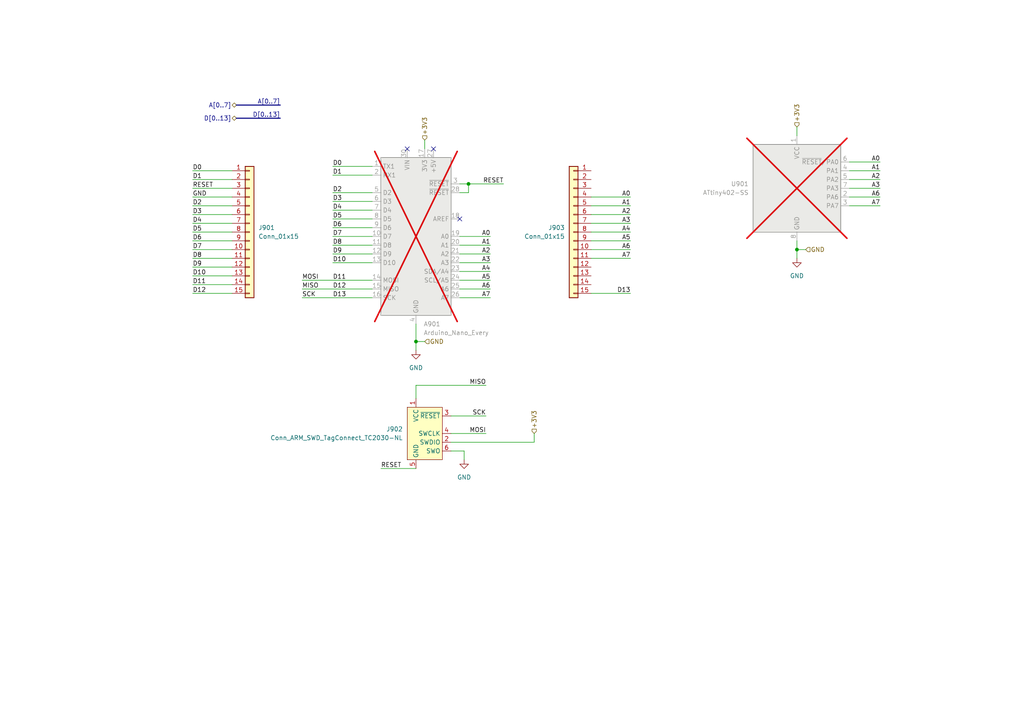
<source format=kicad_sch>
(kicad_sch (version 20231120) (generator "eeschema") (generator_version "8.0")
  (paper "A4")
  (lib_symbols
    (symbol "Connector:Conn_ARM_SWD_TagConnect_TC2030-NL" (in_bom no)
      (property "Reference" "J" (at 2.54 11.43 0))
      (property "Value" "Conn_ARM_SWD_TagConnect_TC2030-NL" (at 2.54 8.89 0))
      (symbol "Conn_ARM_SWD_TagConnect_TC2030-NL_0_0"
        (pin power_in line (at -2.54 10.16 270) (length 2.54) (name "VCC") (number "1"))
        (pin bidirectional line (at 7.62 -2.54 180) (length 2.54) (name "SWDIO") (number "2"))
        (pin open_collector line (at 7.62 5.08 180) (length 2.54) (name "~{RESET}") (number "3"))
        (pin output line (at 7.62 0 180) (length 2.54) (name "SWCLK") (number "4"))
        (pin power_in line (at -2.54 -10.16 90) (length 2.54) (name "GND") (number "5"))
        (pin input line (at 7.62 -5.08 180) (length 2.54) (name "SWO") (number "6"))
      )
      (symbol "Conn_ARM_SWD_TagConnect_TC2030-NL_0_1"
        (rectangle (start -5.08 7.62) (end 5.08 -7.62) (fill (type background)))
      )
    )
    (symbol "Connector_Generic:Conn_01x15" (pin_names (offset 1.016) hide)
      (property "Reference" "J" (at 0 20.32 0))
      (property "Value" "Conn_01x15" (at 0 -20.32 0))
      (symbol "Conn_01x15_1_1"
        (rectangle (start -1.27 -17.653) (end 0 -17.907) (stroke (width 0.1524)))
        (rectangle (start -1.27 -15.113) (end 0 -15.367) (stroke (width 0.1524)))
        (rectangle (start -1.27 -12.573) (end 0 -12.827) (stroke (width 0.1524)))
        (rectangle (start -1.27 -10.033) (end 0 -10.287) (stroke (width 0.1524)))
        (rectangle (start -1.27 -7.493) (end 0 -7.747) (stroke (width 0.1524)))
        (rectangle (start -1.27 -4.953) (end 0 -5.207) (stroke (width 0.1524)))
        (rectangle (start -1.27 -2.413) (end 0 -2.667) (stroke (width 0.1524)))
        (rectangle (start -1.27 0.127) (end 0 -0.127) (stroke (width 0.1524)))
        (rectangle (start -1.27 2.667) (end 0 2.413) (stroke (width 0.1524)))
        (rectangle (start -1.27 5.207) (end 0 4.953) (stroke (width 0.1524)))
        (rectangle (start -1.27 7.747) (end 0 7.493) (stroke (width 0.1524)))
        (rectangle (start -1.27 10.287) (end 0 10.033) (stroke (width 0.1524)))
        (rectangle (start -1.27 12.827) (end 0 12.573) (stroke (width 0.1524)))
        (rectangle (start -1.27 15.367) (end 0 15.113) (stroke (width 0.1524)))
        (rectangle (start -1.27 17.907) (end 0 17.653) (stroke (width 0.1524)))
        (rectangle (start -1.27 19.05) (end 1.27 -19.05) (stroke (width 0.254)) (fill (type background)))
        (pin passive line (at -5.08 17.78 0) (length 3.81) (name "Pin_1") (number "1"))
        (pin passive line (at -5.08 -5.08 0) (length 3.81) (name "Pin_10") (number "10"))
        (pin passive line (at -5.08 -7.62 0) (length 3.81) (name "Pin_11") (number "11"))
        (pin passive line (at -5.08 -10.16 0) (length 3.81) (name "Pin_12") (number "12"))
        (pin passive line (at -5.08 -12.7 0) (length 3.81) (name "Pin_13") (number "13"))
        (pin passive line (at -5.08 -15.24 0) (length 3.81) (name "Pin_14") (number "14"))
        (pin passive line (at -5.08 -17.78 0) (length 3.81) (name "Pin_15") (number "15"))
        (pin passive line (at -5.08 15.24 0) (length 3.81) (name "Pin_2") (number "2"))
        (pin passive line (at -5.08 12.7 0) (length 3.81) (name "Pin_3") (number "3"))
        (pin passive line (at -5.08 10.16 0) (length 3.81) (name "Pin_4") (number "4"))
        (pin passive line (at -5.08 7.62 0) (length 3.81) (name "Pin_5") (number "5"))
        (pin passive line (at -5.08 5.08 0) (length 3.81) (name "Pin_6") (number "6"))
        (pin passive line (at -5.08 2.54 0) (length 3.81) (name "Pin_7") (number "7"))
        (pin passive line (at -5.08 0 0) (length 3.81) (name "Pin_8") (number "8"))
        (pin passive line (at -5.08 -2.54 0) (length 3.81) (name "Pin_9") (number "9"))
      )
    )
    (symbol "MCU_Microchip_ATtiny:ATtiny402-SS"
      (property "Reference" "U" (at -12.7 13.97 0))
      (property "Value" "ATtiny402-SS" (at 2.54 -13.97 0))
      (symbol "ATtiny402-SS_0_1"
        (rectangle (start -12.7 -12.7) (end 12.7 12.7) (stroke (width 0.254)) (fill (type background)))
      )
      (symbol "ATtiny402-SS_1_1"
        (pin power_in line (at 0 15.24 270) (length 2.54) (name "VCC") (number "1"))
        (pin bidirectional line (at 15.24 -2.54 180) (length 2.54) (name "PA6") (number "2"))
        (pin bidirectional line (at 15.24 -5.08 180) (length 2.54) (name "PA7") (number "3"))
        (pin bidirectional line (at 15.24 5.08 180) (length 2.54) (name "PA1") (number "4"))
        (pin bidirectional line (at 15.24 2.54 180) (length 2.54) (name "PA2") (number "5"))
        (pin bidirectional line (at 15.24 7.62 180) (length 2.54) (name "~{RESET}/PA0") (number "6"))
        (pin bidirectional line (at 15.24 0 180) (length 2.54) (name "PA3") (number "7"))
        (pin power_in line (at 0 -15.24 90) (length 2.54) (name "GND") (number "8"))
      )
    )
    (symbol "MCU_Module:Arduino_Nano_Every"
      (property "Reference" "A" (at -10.16 23.495 0))
      (property "Value" "Arduino_Nano_Every" (at 5.08 -24.13 0))
      (symbol "Arduino_Nano_Every_0_1"
        (rectangle (start -10.16 22.86) (end 10.16 -22.86) (stroke (width 0.254)) (fill (type background)))
      )
      (symbol "Arduino_Nano_Every_1_1"
        (pin bidirectional line (at -12.7 20.32 0) (length 2.54) (name "TX1") (number "1"))
        (pin bidirectional line (at -12.7 0 0) (length 2.54) (name "D7") (number "10"))
        (pin bidirectional line (at -12.7 -2.54 0) (length 2.54) (name "D8") (number "11"))
        (pin bidirectional line (at -12.7 -5.08 0) (length 2.54) (name "D9") (number "12"))
        (pin bidirectional line (at -12.7 -7.62 0) (length 2.54) (name "D10") (number "13"))
        (pin bidirectional line (at -12.7 -12.7 0) (length 2.54) (name "MOSI") (number "14"))
        (pin bidirectional line (at -12.7 -15.24 0) (length 2.54) (name "MISO") (number "15"))
        (pin bidirectional line (at -12.7 -17.78 0) (length 2.54) (name "SCK") (number "16"))
        (pin power_out line (at 2.54 25.4 270) (length 2.54) (name "3V3") (number "17"))
        (pin input line (at 12.7 5.08 180) (length 2.54) (name "AREF") (number "18"))
        (pin bidirectional line (at 12.7 0 180) (length 2.54) (name "A0") (number "19"))
        (pin bidirectional line (at -12.7 17.78 0) (length 2.54) (name "RX1") (number "2"))
        (pin bidirectional line (at 12.7 -2.54 180) (length 2.54) (name "A1") (number "20"))
        (pin bidirectional line (at 12.7 -5.08 180) (length 2.54) (name "A2") (number "21"))
        (pin bidirectional line (at 12.7 -7.62 180) (length 2.54) (name "A3") (number "22"))
        (pin bidirectional line (at 12.7 -10.16 180) (length 2.54) (name "SDA/A4") (number "23"))
        (pin bidirectional line (at 12.7 -12.7 180) (length 2.54) (name "SCL/A5") (number "24"))
        (pin bidirectional line (at 12.7 -15.24 180) (length 2.54) (name "A6") (number "25"))
        (pin bidirectional line (at 12.7 -17.78 180) (length 2.54) (name "A7") (number "26"))
        (pin power_out line (at 5.08 25.4 270) (length 2.54) (name "+5V") (number "27"))
        (pin input line (at 12.7 12.7 180) (length 2.54) (name "~{RESET}") (number "28"))
        (pin passive line (at 0 -25.4 90) (length 2.54) hide (name "GND") (number "29"))
        (pin input line (at 12.7 15.24 180) (length 2.54) (name "~{RESET}") (number "3"))
        (pin power_in line (at -2.54 25.4 270) (length 2.54) (name "VIN") (number "30"))
        (pin power_in line (at 0 -25.4 90) (length 2.54) (name "GND") (number "4"))
        (pin bidirectional line (at -12.7 12.7 0) (length 2.54) (name "D2") (number "5"))
        (pin bidirectional line (at -12.7 10.16 0) (length 2.54) (name "D3") (number "6"))
        (pin bidirectional line (at -12.7 7.62 0) (length 2.54) (name "D4") (number "7"))
        (pin bidirectional line (at -12.7 5.08 0) (length 2.54) (name "D5") (number "8"))
        (pin bidirectional line (at -12.7 2.54 0) (length 2.54) (name "D6") (number "9"))
      )
    )
    (symbol "power:GND" (power) (pin_names (offset 0))
      (property "Value" "GND" (at 0 -3.81 0))
      (symbol "GND_0_1"
        (polyline (pts (xy 0 0) (xy 0 -1.27) (xy 1.27 -1.27) (xy 0 -2.54) (xy -1.27 -1.27) (xy 0 -1.27)))
      )
      (symbol "GND_1_1"
        (pin power_in line (at 0 0 270) (length 0) hide (name "GND") (number "1"))
      )
    )
  )
  (junction (at 135.89 53.34))
  (junction (at 120.65 99.06))
  (junction (at 231.14 72.39))
  (no_connect (at 125.73 43.18))
  (no_connect (at 118.11 43.18))
  (no_connect (at 133.35 63.5))
  (bus (pts (xy 68.58 34.29) (xy 81.28 34.29)))
  (wire (pts (xy 67.31 62.23) (xy 55.88 62.23)))
  (wire (pts (xy 120.65 111.76) (xy 140.97 111.76)))
  (wire (pts (xy 246.38 52.07) (xy 255.27 52.07)))
  (wire (pts (xy 171.45 67.31) (xy 182.88 67.31)))
  (wire (pts (xy 246.38 57.15) (xy 255.27 57.15)))
  (wire (pts (xy 135.89 53.34) (xy 146.05 53.34)))
  (wire (pts (xy 67.31 74.93) (xy 55.88 74.93)))
  (wire (pts (xy 123.19 40.64) (xy 123.19 43.18)))
  (wire (pts (xy 107.95 68.58) (xy 96.52 68.58)))
  (wire (pts (xy 107.95 73.66) (xy 96.52 73.66)))
  (wire (pts (xy 67.31 59.69) (xy 55.88 59.69)))
  (wire (pts (xy 171.45 69.85) (xy 182.88 69.85)))
  (wire (pts (xy 67.31 85.09) (xy 55.88 85.09)))
  (wire (pts (xy 107.95 55.88) (xy 96.52 55.88)))
  (wire (pts (xy 67.31 80.01) (xy 55.88 80.01)))
  (wire (pts (xy 133.35 81.28) (xy 142.24 81.28)))
  (wire (pts (xy 134.62 130.81) (xy 134.62 133.35)))
  (wire (pts (xy 107.95 63.5) (xy 96.52 63.5)))
  (wire (pts (xy 120.65 93.98) (xy 120.65 99.06)))
  (wire (pts (xy 231.14 72.39) (xy 231.14 69.85)))
  (wire (pts (xy 133.35 83.82) (xy 142.24 83.82)))
  (wire (pts (xy 87.63 86.36) (xy 107.95 86.36)))
  (wire (pts (xy 133.35 73.66) (xy 142.24 73.66)))
  (wire (pts (xy 231.14 72.39) (xy 231.14 74.93)))
  (wire (pts (xy 107.95 48.26) (xy 96.52 48.26)))
  (wire (pts (xy 130.81 128.27) (xy 154.94 128.27)))
  (wire (pts (xy 133.35 53.34) (xy 135.89 53.34)))
  (wire (pts (xy 133.35 55.88) (xy 135.89 55.88)))
  (wire (pts (xy 134.62 130.81) (xy 130.81 130.81)))
  (wire (pts (xy 107.95 66.04) (xy 96.52 66.04)))
  (wire (pts (xy 107.95 71.12) (xy 96.52 71.12)))
  (wire (pts (xy 246.38 54.61) (xy 255.27 54.61)))
  (wire (pts (xy 133.35 71.12) (xy 142.24 71.12)))
  (wire (pts (xy 133.35 76.2) (xy 142.24 76.2)))
  (wire (pts (xy 171.45 64.77) (xy 182.88 64.77)))
  (wire (pts (xy 107.95 58.42) (xy 96.52 58.42)))
  (wire (pts (xy 67.31 82.55) (xy 55.88 82.55)))
  (wire (pts (xy 120.65 99.06) (xy 120.65 101.6)))
  (wire (pts (xy 171.45 57.15) (xy 182.88 57.15)))
  (wire (pts (xy 87.63 83.82) (xy 107.95 83.82)))
  (wire (pts (xy 67.31 52.07) (xy 55.88 52.07)))
  (wire (pts (xy 67.31 67.31) (xy 55.88 67.31)))
  (wire (pts (xy 120.65 115.57) (xy 120.65 111.76)))
  (wire (pts (xy 171.45 62.23) (xy 182.88 62.23)))
  (wire (pts (xy 130.81 125.73) (xy 140.97 125.73)))
  (wire (pts (xy 120.65 99.06) (xy 123.19 99.06)))
  (wire (pts (xy 246.38 59.69) (xy 255.27 59.69)))
  (wire (pts (xy 133.35 78.74) (xy 142.24 78.74)))
  (bus (pts (xy 68.58 30.48) (xy 81.28 30.48)))
  (wire (pts (xy 154.94 125.73) (xy 154.94 128.27)))
  (wire (pts (xy 171.45 72.39) (xy 182.88 72.39)))
  (wire (pts (xy 67.31 72.39) (xy 55.88 72.39)))
  (wire (pts (xy 67.31 64.77) (xy 55.88 64.77)))
  (wire (pts (xy 67.31 69.85) (xy 55.88 69.85)))
  (wire (pts (xy 246.38 46.99) (xy 255.27 46.99)))
  (wire (pts (xy 87.63 81.28) (xy 107.95 81.28)))
  (wire (pts (xy 246.38 49.53) (xy 255.27 49.53)))
  (wire (pts (xy 135.89 53.34) (xy 135.89 55.88)))
  (wire (pts (xy 107.95 50.8) (xy 96.52 50.8)))
  (wire (pts (xy 171.45 59.69) (xy 182.88 59.69)))
  (wire (pts (xy 133.35 86.36) (xy 142.24 86.36)))
  (wire (pts (xy 107.95 60.96) (xy 96.52 60.96)))
  (wire (pts (xy 171.45 85.09) (xy 182.88 85.09)))
  (wire (pts (xy 67.31 49.53) (xy 55.88 49.53)))
  (wire (pts (xy 231.14 36.83) (xy 231.14 39.37)))
  (wire (pts (xy 67.31 57.15) (xy 55.88 57.15)))
  (wire (pts (xy 231.14 72.39) (xy 233.68 72.39)))
  (wire (pts (xy 67.31 54.61) (xy 55.88 54.61)))
  (wire (pts (xy 67.31 77.47) (xy 55.88 77.47)))
  (wire (pts (xy 120.65 135.89) (xy 110.49 135.89)))
  (wire (pts (xy 130.81 120.65) (xy 140.97 120.65)))
  (wire (pts (xy 107.95 76.2) (xy 96.52 76.2)))
  (wire (pts (xy 171.45 74.93) (xy 182.88 74.93)))
  (wire (pts (xy 133.35 68.58) (xy 142.24 68.58)))
  (label "D6" (at 55.88 69.85 0))
  (label "D10" (at 55.88 80.01 0))
  (label "D12" (at 55.88 85.09 0))
  (label "D3" (at 55.88 62.23 0))
  (label "A6" (at 255.27 57.15 180))
  (label "A7" (at 182.88 74.93 180))
  (label "D10" (at 96.52 76.2 0))
  (label "A3" (at 142.24 76.2 180))
  (label "D11" (at 96.52 81.28 0))
  (label "A[0..7]" (at 81.28 30.48 180))
  (label "A1" (at 182.88 59.69 180))
  (label "A5" (at 182.88 69.85 180))
  (label "D8" (at 55.88 74.93 0))
  (label "D9" (at 55.88 77.47 0))
  (label "D1" (at 96.52 50.8 0))
  (label "D12" (at 96.52 83.82 0))
  (label "A2" (at 142.24 73.66 180))
  (label "MOSI" (at 87.63 81.28 0))
  (label "D0" (at 55.88 49.53 0))
  (label "A4" (at 142.24 78.74 180))
  (label "A2" (at 255.27 52.07 180))
  (label "GND" (at 55.88 57.15 0))
  (label "D5" (at 96.52 63.5 0))
  (label "A0" (at 182.88 57.15 180))
  (label "D8" (at 96.52 71.12 0))
  (label "D13" (at 182.88 85.09 180))
  (label "MOSI" (at 140.97 125.73 180))
  (label "A1" (at 142.24 71.12 180))
  (label "D2" (at 96.52 55.88 0))
  (label "D5" (at 55.88 67.31 0))
  (label "A7" (at 142.24 86.36 180))
  (label "D7" (at 96.52 68.58 0))
  (label "D4" (at 96.52 60.96 0))
  (label "D7" (at 55.88 72.39 0))
  (label "RESET" (at 146.05 53.34 180))
  (label "D[0..13]" (at 81.28 34.29 180))
  (label "D11" (at 55.88 82.55 0))
  (label "RESET" (at 55.88 54.61 0))
  (label "MISO" (at 87.63 83.82 0))
  (label "MISO" (at 140.97 111.76 180))
  (label "A2" (at 182.88 62.23 180))
  (label "D4" (at 55.88 64.77 0))
  (label "A3" (at 182.88 64.77 180))
  (label "A1" (at 255.27 49.53 180))
  (label "A0" (at 142.24 68.58 180))
  (label "D9" (at 96.52 73.66 0))
  (label "A0" (at 255.27 46.99 180))
  (label "A6" (at 182.88 72.39 180))
  (label "A7" (at 255.27 59.69 180))
  (label "RESET" (at 110.49 135.89 0))
  (label "A6" (at 142.24 83.82 180))
  (label "SCK" (at 87.63 86.36 0))
  (label "SCK" (at 140.97 120.65 180))
  (label "A5" (at 142.24 81.28 180))
  (label "D3" (at 96.52 58.42 0))
  (label "D1" (at 55.88 52.07 0))
  (label "D2" (at 55.88 59.69 0))
  (label "D13" (at 96.52 86.36 0))
  (label "D6" (at 96.52 66.04 0))
  (label "A3" (at 255.27 54.61 180))
  (label "D0" (at 96.52 48.26 0))
  (label "A4" (at 182.88 67.31 180))
  (hierarchical_label "D[0..13]" (shape bidirectional) (at 68.58 34.29 180))
  (hierarchical_label "+3V3" (shape input) (at 231.14 36.83 90))
  (hierarchical_label "GND" (shape input) (at 233.68 72.39 0))
  (hierarchical_label "A[0..7]" (shape bidirectional) (at 68.58 30.48 180))
  (hierarchical_label "+3V3" (shape input) (at 154.94 125.73 90))
  (hierarchical_label "GND" (shape input) (at 123.19 99.06 0))
  (hierarchical_label "+3V3" (shape input) (at 123.19 40.64 90))
  (symbol (lib_id "Connector:Conn_ARM_SWD_TagConnect_TC2030-NL") (at 123.19 125.73 0) (unit 1) (in_bom no)
    (property "Reference" "J902" (at 116.84 124.4599 0) (effects (justify right)))
    (property "Value" "Conn_ARM_SWD_TagConnect_TC2030-NL" (at 116.84 126.9999 0) (effects (justify right)))
    (property "Footprint" "Connector:Tag-Connect_TC2030-IDC-NL_2x03_P1.27mm_Vertical" (effects (hide yes)))
    (property "Datasheet" "https://www.tag-connect.com/wp-content/uploads/bsk-pdf-manager/TC2030-CTX_1.pdf" (effects (hide yes)))
    (property "Description" "Tag-Connect ARM Cortex SWD JTAG connector, 6 pin, no legs" (effects (hide yes)))
  )
  (symbol (lib_id "MCU_Microchip_ATtiny:ATtiny402-SS") (at 231.14 54.61 0) (unit 1) (in_bom no) (dnp yes)
    (property "Reference" "U901" (at 217.17 53.3399 0) (effects (justify right)))
    (property "Value" "ATtiny402-SS" (at 217.17 55.8799 0) (effects (justify right)))
    (property "Footprint" "Package_SO:SOIC-8_3.9x4.9mm_P1.27mm" (effects (hide yes)))
    (property "Datasheet" "http://ww1.microchip.com/downloads/en/DeviceDoc/ATtiny202-402-AVR-MCU-with-Core-Independent-Peripherals_and-picoPower-40001969A.pdf" (effects (hide yes)))
    (property "Description" "20MHz, 4kB Flash, 256B SRAM, 128B EEPROM, SOIC-8" (effects (hide yes)))
  )
  (symbol (lib_id "power:GND") (at 134.62 133.35 0) (unit 1)
    (property "Reference" "#PWR0902" (effects (hide yes)))
    (property "Value" "GND" (at 134.62 138.43 0))
    (property "Description" "Power symbol creates a global label with name \"GND\" , ground" (effects (hide yes)))
  )
  (symbol (lib_id "Connector_Generic:Conn_01x15") (at 72.39 67.31 0) (unit 1)
    (property "Reference" "J901" (at 74.93 66.0399 0) (effects (justify left)))
    (property "Value" "Conn_01x15" (at 74.93 68.5799 0) (effects (justify left)))
    (property "Footprint" "Connector_PinSocket_2.54mm:PinSocket_1x15_P2.54mm_Vertical" (effects (hide yes)))
    (property "Description" "Generic connector, single row, 01x15, script generated (kicad-library-utils/schlib/autogen/connector/)" (effects (hide yes)))
  )
  (symbol (lib_id "power:GND") (at 120.65 101.6 0) (unit 1)
    (property "Reference" "#PWR0901" (effects (hide yes)))
    (property "Value" "GND" (at 120.65 106.68 0))
    (property "Description" "Power symbol creates a global label with name \"GND\" , ground" (effects (hide yes)))
  )
  (symbol (lib_id "MCU_Module:Arduino_Nano_Every") (at 120.65 68.58 0) (unit 1) (in_bom no) (dnp yes)
    (property "Reference" "A901" (at 122.8441 93.98 0) (effects (justify left)))
    (property "Value" "Arduino_Nano_Every" (at 122.8441 96.52 0) (effects (justify left)))
    (property "Footprint" "Module:Arduino_Nano" (effects (hide yes)))
    (property "Datasheet" "https://content.arduino.cc/assets/NANOEveryV3.0_sch.pdf" (effects (hide yes)))
    (property "Description" "Arduino Nano Every" (effects (hide yes)))
  )
  (symbol (lib_id "Connector_Generic:Conn_01x15") (at 166.37 67.31 0) (mirror y) (unit 1)
    (property "Reference" "J903" (at 163.83 66.0399 0) (effects (justify left)))
    (property "Value" "Conn_01x15" (at 163.83 68.5799 0) (effects (justify left)))
    (property "Footprint" "Connector_PinSocket_2.54mm:PinSocket_1x15_P2.54mm_Vertical" (effects (hide yes)))
    (property "Description" "Generic connector, single row, 01x15, script generated (kicad-library-utils/schlib/autogen/connector/)" (effects (hide yes)))
  )
  (symbol (lib_id "power:GND") (at 231.14 74.93 0) (unit 1)
    (property "Reference" "#PWR0903" (effects (hide yes)))
    (property "Value" "GND" (at 231.14 80.01 0))
    (property "Description" "Power symbol creates a global label with name \"GND\" , ground" (effects (hide yes)))
  )
)
</source>
